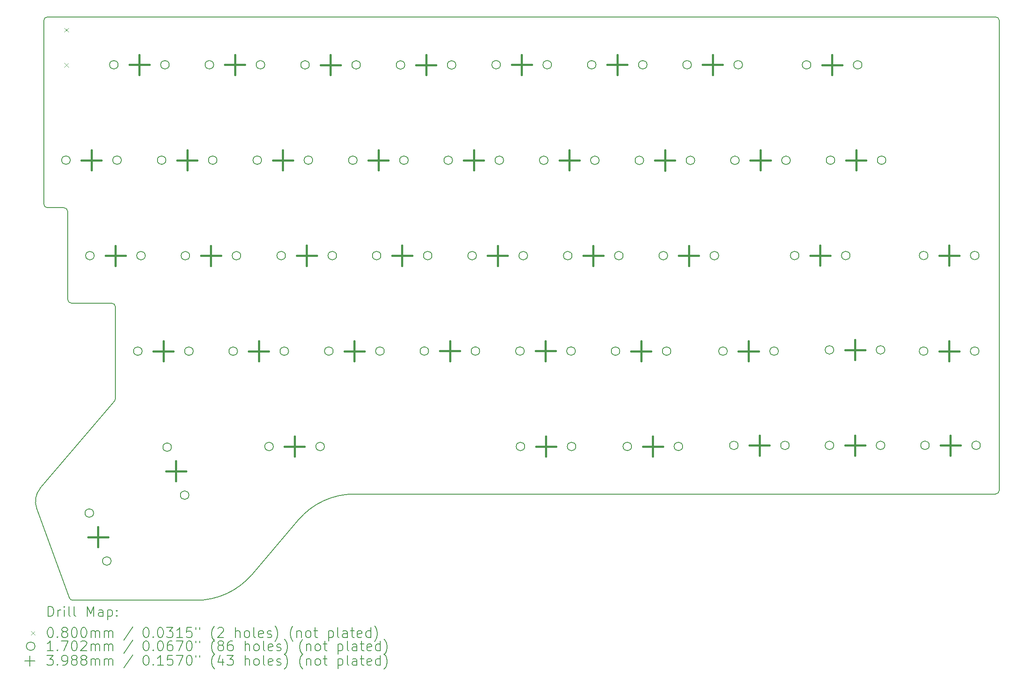
<source format=gbr>
%TF.GenerationSoftware,KiCad,Pcbnew,(6.0.10-0)*%
%TF.CreationDate,2022-12-25T19:17:20-08:00*%
%TF.ProjectId,right,72696768-742e-46b6-9963-61645f706362,rev?*%
%TF.SameCoordinates,Original*%
%TF.FileFunction,Drillmap*%
%TF.FilePolarity,Positive*%
%FSLAX45Y45*%
G04 Gerber Fmt 4.5, Leading zero omitted, Abs format (unit mm)*
G04 Created by KiCad (PCBNEW (6.0.10-0)) date 2022-12-25 19:17:20*
%MOMM*%
%LPD*%
G01*
G04 APERTURE LIST*
%ADD10C,0.200000*%
%ADD11C,0.080000*%
%ADD12C,0.170180*%
%ADD13C,0.398780*%
G04 APERTURE END LIST*
D10*
X21542000Y-2480000D02*
X2692000Y-2480000D01*
X2692000Y-2480000D02*
G75*
G03*
X2617000Y-2555000I0J-75000D01*
G01*
X21617000Y-2555000D02*
G75*
G03*
X21542000Y-2480000I-75000J0D01*
G01*
X5645100Y-14095410D02*
G75*
G03*
X6756688Y-13581268I0J1458710D01*
G01*
X2617000Y-6205000D02*
G75*
G03*
X2692000Y-6280000I75000J0D01*
G01*
X3092000Y-8105000D02*
X3092000Y-6355000D01*
X3967000Y-8180000D02*
X3167000Y-8180000D01*
X4042000Y-8255000D02*
G75*
G03*
X3967000Y-8180000I-75000J0D01*
G01*
X4024153Y-10128565D02*
G75*
G03*
X4042000Y-10080000I-57153J48565D01*
G01*
X4042000Y-10080000D02*
X4042000Y-8255000D01*
X2545698Y-11868476D02*
X4024153Y-10128565D01*
X3125123Y-14046051D02*
X2475291Y-12260646D01*
X3092000Y-8105000D02*
G75*
G03*
X3167000Y-8180000I75000J0D01*
G01*
X2545698Y-11868476D02*
G75*
G03*
X2475291Y-12260646I302002J-256624D01*
G01*
X3195600Y-14095400D02*
X5645100Y-14095400D01*
X3092000Y-6355000D02*
G75*
G03*
X3017000Y-6280000I-75000J0D01*
G01*
X21617000Y-2555000D02*
X21617000Y-11905000D01*
X3125123Y-14046051D02*
G75*
G03*
X3195600Y-14095400I70477J25652D01*
G01*
X2617000Y-2555000D02*
X2617000Y-6205000D01*
X21542000Y-11980000D02*
X8792000Y-11980000D01*
X6756688Y-13581268D02*
X7680411Y-12494134D01*
X21542000Y-11980000D02*
G75*
G03*
X21617000Y-11905000I0J75000D01*
G01*
X3017000Y-6280000D02*
X2692000Y-6280000D01*
X8792000Y-11979990D02*
G75*
G03*
X7680411Y-12494134I0J-1458710D01*
G01*
D11*
X3029000Y-2701000D02*
X3109000Y-2781000D01*
X3109000Y-2701000D02*
X3029000Y-2781000D01*
X3029000Y-3401000D02*
X3109000Y-3481000D01*
X3109000Y-3401000D02*
X3029000Y-3481000D01*
D12*
X3143090Y-5333000D02*
G75*
G03*
X3143090Y-5333000I-85090J0D01*
G01*
X3607344Y-12358636D02*
G75*
G03*
X3607344Y-12358636I-85090J0D01*
G01*
X3619090Y-7234000D02*
G75*
G03*
X3619090Y-7234000I-85090J0D01*
G01*
X3954836Y-13313364D02*
G75*
G03*
X3954836Y-13313364I-85090J0D01*
G01*
X4095090Y-3434000D02*
G75*
G03*
X4095090Y-3434000I-85090J0D01*
G01*
X4159090Y-5333000D02*
G75*
G03*
X4159090Y-5333000I-85090J0D01*
G01*
X4572090Y-9135000D02*
G75*
G03*
X4572090Y-9135000I-85090J0D01*
G01*
X4635090Y-7234000D02*
G75*
G03*
X4635090Y-7234000I-85090J0D01*
G01*
X5045090Y-5333000D02*
G75*
G03*
X5045090Y-5333000I-85090J0D01*
G01*
X5111090Y-3434000D02*
G75*
G03*
X5111090Y-3434000I-85090J0D01*
G01*
X5155344Y-11046636D02*
G75*
G03*
X5155344Y-11046636I-85090J0D01*
G01*
X5502836Y-12001364D02*
G75*
G03*
X5502836Y-12001364I-85090J0D01*
G01*
X5517090Y-7235000D02*
G75*
G03*
X5517090Y-7235000I-85090J0D01*
G01*
X5588090Y-9135000D02*
G75*
G03*
X5588090Y-9135000I-85090J0D01*
G01*
X5995090Y-3434000D02*
G75*
G03*
X5995090Y-3434000I-85090J0D01*
G01*
X6061090Y-5333000D02*
G75*
G03*
X6061090Y-5333000I-85090J0D01*
G01*
X6468090Y-9136000D02*
G75*
G03*
X6468090Y-9136000I-85090J0D01*
G01*
X6533090Y-7235000D02*
G75*
G03*
X6533090Y-7235000I-85090J0D01*
G01*
X6947090Y-5333000D02*
G75*
G03*
X6947090Y-5333000I-85090J0D01*
G01*
X7011090Y-3434000D02*
G75*
G03*
X7011090Y-3434000I-85090J0D01*
G01*
X7181090Y-11033000D02*
G75*
G03*
X7181090Y-11033000I-85090J0D01*
G01*
X7423090Y-7233000D02*
G75*
G03*
X7423090Y-7233000I-85090J0D01*
G01*
X7484090Y-9136000D02*
G75*
G03*
X7484090Y-9136000I-85090J0D01*
G01*
X7897090Y-3436000D02*
G75*
G03*
X7897090Y-3436000I-85090J0D01*
G01*
X7963090Y-5333000D02*
G75*
G03*
X7963090Y-5333000I-85090J0D01*
G01*
X8197090Y-11033000D02*
G75*
G03*
X8197090Y-11033000I-85090J0D01*
G01*
X8370090Y-9134000D02*
G75*
G03*
X8370090Y-9134000I-85090J0D01*
G01*
X8439090Y-7233000D02*
G75*
G03*
X8439090Y-7233000I-85090J0D01*
G01*
X8848090Y-5334000D02*
G75*
G03*
X8848090Y-5334000I-85090J0D01*
G01*
X8913090Y-3436000D02*
G75*
G03*
X8913090Y-3436000I-85090J0D01*
G01*
X9320090Y-7233000D02*
G75*
G03*
X9320090Y-7233000I-85090J0D01*
G01*
X9386090Y-9134000D02*
G75*
G03*
X9386090Y-9134000I-85090J0D01*
G01*
X9796090Y-3438000D02*
G75*
G03*
X9796090Y-3438000I-85090J0D01*
G01*
X9864090Y-5334000D02*
G75*
G03*
X9864090Y-5334000I-85090J0D01*
G01*
X10269090Y-9133000D02*
G75*
G03*
X10269090Y-9133000I-85090J0D01*
G01*
X10336090Y-7233000D02*
G75*
G03*
X10336090Y-7233000I-85090J0D01*
G01*
X10744090Y-5335000D02*
G75*
G03*
X10744090Y-5335000I-85090J0D01*
G01*
X10812090Y-3438000D02*
G75*
G03*
X10812090Y-3438000I-85090J0D01*
G01*
X11220090Y-7234000D02*
G75*
G03*
X11220090Y-7234000I-85090J0D01*
G01*
X11285090Y-9133000D02*
G75*
G03*
X11285090Y-9133000I-85090J0D01*
G01*
X11697090Y-3433000D02*
G75*
G03*
X11697090Y-3433000I-85090J0D01*
G01*
X11760090Y-5335000D02*
G75*
G03*
X11760090Y-5335000I-85090J0D01*
G01*
X12170090Y-9133000D02*
G75*
G03*
X12170090Y-9133000I-85090J0D01*
G01*
X12181090Y-11033000D02*
G75*
G03*
X12181090Y-11033000I-85090J0D01*
G01*
X12236090Y-7234000D02*
G75*
G03*
X12236090Y-7234000I-85090J0D01*
G01*
X12644090Y-5336000D02*
G75*
G03*
X12644090Y-5336000I-85090J0D01*
G01*
X12713090Y-3433000D02*
G75*
G03*
X12713090Y-3433000I-85090J0D01*
G01*
X13121090Y-7234000D02*
G75*
G03*
X13121090Y-7234000I-85090J0D01*
G01*
X13186090Y-9133000D02*
G75*
G03*
X13186090Y-9133000I-85090J0D01*
G01*
X13197090Y-11033000D02*
G75*
G03*
X13197090Y-11033000I-85090J0D01*
G01*
X13597090Y-3434000D02*
G75*
G03*
X13597090Y-3434000I-85090J0D01*
G01*
X13660090Y-5336000D02*
G75*
G03*
X13660090Y-5336000I-85090J0D01*
G01*
X14071090Y-9135000D02*
G75*
G03*
X14071090Y-9135000I-85090J0D01*
G01*
X14137090Y-7234000D02*
G75*
G03*
X14137090Y-7234000I-85090J0D01*
G01*
X14305090Y-11032000D02*
G75*
G03*
X14305090Y-11032000I-85090J0D01*
G01*
X14545090Y-5337000D02*
G75*
G03*
X14545090Y-5337000I-85090J0D01*
G01*
X14613090Y-3434000D02*
G75*
G03*
X14613090Y-3434000I-85090J0D01*
G01*
X15021090Y-7234000D02*
G75*
G03*
X15021090Y-7234000I-85090J0D01*
G01*
X15087090Y-9135000D02*
G75*
G03*
X15087090Y-9135000I-85090J0D01*
G01*
X15321090Y-11032000D02*
G75*
G03*
X15321090Y-11032000I-85090J0D01*
G01*
X15494590Y-3434000D02*
G75*
G03*
X15494590Y-3434000I-85090J0D01*
G01*
X15561090Y-5337000D02*
G75*
G03*
X15561090Y-5337000I-85090J0D01*
G01*
X16037090Y-7234000D02*
G75*
G03*
X16037090Y-7234000I-85090J0D01*
G01*
X16208090Y-9135000D02*
G75*
G03*
X16208090Y-9135000I-85090J0D01*
G01*
X16424090Y-11011000D02*
G75*
G03*
X16424090Y-11011000I-85090J0D01*
G01*
X16445090Y-5336000D02*
G75*
G03*
X16445090Y-5336000I-85090J0D01*
G01*
X16510590Y-3434000D02*
G75*
G03*
X16510590Y-3434000I-85090J0D01*
G01*
X17224090Y-9135000D02*
G75*
G03*
X17224090Y-9135000I-85090J0D01*
G01*
X17440090Y-11011000D02*
G75*
G03*
X17440090Y-11011000I-85090J0D01*
G01*
X17461090Y-5336000D02*
G75*
G03*
X17461090Y-5336000I-85090J0D01*
G01*
X17633090Y-7232000D02*
G75*
G03*
X17633090Y-7232000I-85090J0D01*
G01*
X17870090Y-3436000D02*
G75*
G03*
X17870090Y-3436000I-85090J0D01*
G01*
X18325090Y-9110000D02*
G75*
G03*
X18325090Y-9110000I-85090J0D01*
G01*
X18325090Y-11011000D02*
G75*
G03*
X18325090Y-11011000I-85090J0D01*
G01*
X18346090Y-5334000D02*
G75*
G03*
X18346090Y-5334000I-85090J0D01*
G01*
X18649090Y-7232000D02*
G75*
G03*
X18649090Y-7232000I-85090J0D01*
G01*
X18886090Y-3436000D02*
G75*
G03*
X18886090Y-3436000I-85090J0D01*
G01*
X19341090Y-9110000D02*
G75*
G03*
X19341090Y-9110000I-85090J0D01*
G01*
X19341090Y-11011000D02*
G75*
G03*
X19341090Y-11011000I-85090J0D01*
G01*
X19362090Y-5334000D02*
G75*
G03*
X19362090Y-5334000I-85090J0D01*
G01*
X20197090Y-9134000D02*
G75*
G03*
X20197090Y-9134000I-85090J0D01*
G01*
X20198090Y-7231000D02*
G75*
G03*
X20198090Y-7231000I-85090J0D01*
G01*
X20225090Y-11010000D02*
G75*
G03*
X20225090Y-11010000I-85090J0D01*
G01*
X21213090Y-9134000D02*
G75*
G03*
X21213090Y-9134000I-85090J0D01*
G01*
X21214090Y-7231000D02*
G75*
G03*
X21214090Y-7231000I-85090J0D01*
G01*
X21241090Y-11010000D02*
G75*
G03*
X21241090Y-11010000I-85090J0D01*
G01*
D13*
X3566000Y-5133610D02*
X3566000Y-5532390D01*
X3366610Y-5333000D02*
X3765390Y-5333000D01*
X3696000Y-12636610D02*
X3696000Y-13035390D01*
X3496610Y-12836000D02*
X3895390Y-12836000D01*
X4042000Y-7034610D02*
X4042000Y-7433390D01*
X3842610Y-7234000D02*
X4241390Y-7234000D01*
X4518000Y-3234610D02*
X4518000Y-3633390D01*
X4318610Y-3434000D02*
X4717390Y-3434000D01*
X4995000Y-8935610D02*
X4995000Y-9334390D01*
X4795610Y-9135000D02*
X5194390Y-9135000D01*
X5244000Y-11324610D02*
X5244000Y-11723390D01*
X5044610Y-11524000D02*
X5443390Y-11524000D01*
X5468000Y-5133610D02*
X5468000Y-5532390D01*
X5268610Y-5333000D02*
X5667390Y-5333000D01*
X5940000Y-7035610D02*
X5940000Y-7434390D01*
X5740610Y-7235000D02*
X6139390Y-7235000D01*
X6418000Y-3234610D02*
X6418000Y-3633390D01*
X6218610Y-3434000D02*
X6617390Y-3434000D01*
X6891000Y-8936610D02*
X6891000Y-9335390D01*
X6691610Y-9136000D02*
X7090390Y-9136000D01*
X7370000Y-5133610D02*
X7370000Y-5532390D01*
X7170610Y-5333000D02*
X7569390Y-5333000D01*
X7604000Y-10833610D02*
X7604000Y-11232390D01*
X7404610Y-11033000D02*
X7803390Y-11033000D01*
X7846000Y-7033610D02*
X7846000Y-7432390D01*
X7646610Y-7233000D02*
X8045390Y-7233000D01*
X8320000Y-3236610D02*
X8320000Y-3635390D01*
X8120610Y-3436000D02*
X8519390Y-3436000D01*
X8793000Y-8934610D02*
X8793000Y-9333390D01*
X8593610Y-9134000D02*
X8992390Y-9134000D01*
X9271000Y-5134610D02*
X9271000Y-5533390D01*
X9071610Y-5334000D02*
X9470390Y-5334000D01*
X9743000Y-7033610D02*
X9743000Y-7432390D01*
X9543610Y-7233000D02*
X9942390Y-7233000D01*
X10219000Y-3238610D02*
X10219000Y-3637390D01*
X10019610Y-3438000D02*
X10418390Y-3438000D01*
X10692000Y-8933610D02*
X10692000Y-9332390D01*
X10492610Y-9133000D02*
X10891390Y-9133000D01*
X11167000Y-5135610D02*
X11167000Y-5534390D01*
X10967610Y-5335000D02*
X11366390Y-5335000D01*
X11643000Y-7034610D02*
X11643000Y-7433390D01*
X11443610Y-7234000D02*
X11842390Y-7234000D01*
X12120000Y-3233610D02*
X12120000Y-3632390D01*
X11920610Y-3433000D02*
X12319390Y-3433000D01*
X12593000Y-8933610D02*
X12593000Y-9332390D01*
X12393610Y-9133000D02*
X12792390Y-9133000D01*
X12604000Y-10833610D02*
X12604000Y-11232390D01*
X12404610Y-11033000D02*
X12803390Y-11033000D01*
X13067000Y-5136610D02*
X13067000Y-5535390D01*
X12867610Y-5336000D02*
X13266390Y-5336000D01*
X13544000Y-7034610D02*
X13544000Y-7433390D01*
X13344610Y-7234000D02*
X13743390Y-7234000D01*
X14020000Y-3234610D02*
X14020000Y-3633390D01*
X13820610Y-3434000D02*
X14219390Y-3434000D01*
X14494000Y-8935610D02*
X14494000Y-9334390D01*
X14294610Y-9135000D02*
X14693390Y-9135000D01*
X14728000Y-10832610D02*
X14728000Y-11231390D01*
X14528610Y-11032000D02*
X14927390Y-11032000D01*
X14968000Y-5137610D02*
X14968000Y-5536390D01*
X14768610Y-5337000D02*
X15167390Y-5337000D01*
X15444000Y-7034610D02*
X15444000Y-7433390D01*
X15244610Y-7234000D02*
X15643390Y-7234000D01*
X15917500Y-3234610D02*
X15917500Y-3633390D01*
X15718110Y-3434000D02*
X16116890Y-3434000D01*
X16631000Y-8935610D02*
X16631000Y-9334390D01*
X16431610Y-9135000D02*
X16830390Y-9135000D01*
X16847000Y-10811610D02*
X16847000Y-11210390D01*
X16647610Y-11011000D02*
X17046390Y-11011000D01*
X16868000Y-5136610D02*
X16868000Y-5535390D01*
X16668610Y-5336000D02*
X17067390Y-5336000D01*
X18056000Y-7032610D02*
X18056000Y-7431390D01*
X17856610Y-7232000D02*
X18255390Y-7232000D01*
X18293000Y-3236610D02*
X18293000Y-3635390D01*
X18093610Y-3436000D02*
X18492390Y-3436000D01*
X18748000Y-8910610D02*
X18748000Y-9309390D01*
X18548610Y-9110000D02*
X18947390Y-9110000D01*
X18748000Y-10811610D02*
X18748000Y-11210390D01*
X18548610Y-11011000D02*
X18947390Y-11011000D01*
X18769000Y-5134610D02*
X18769000Y-5533390D01*
X18569610Y-5334000D02*
X18968390Y-5334000D01*
X20620000Y-8934610D02*
X20620000Y-9333390D01*
X20420610Y-9134000D02*
X20819390Y-9134000D01*
X20621000Y-7031610D02*
X20621000Y-7430390D01*
X20421610Y-7231000D02*
X20820390Y-7231000D01*
X20648000Y-10810610D02*
X20648000Y-11209390D01*
X20448610Y-11010000D02*
X20847390Y-11010000D01*
D10*
X2699010Y-14415886D02*
X2699010Y-14215886D01*
X2746629Y-14215886D01*
X2775201Y-14225410D01*
X2794248Y-14244458D01*
X2803772Y-14263505D01*
X2813296Y-14301600D01*
X2813296Y-14330172D01*
X2803772Y-14368267D01*
X2794248Y-14387315D01*
X2775201Y-14406362D01*
X2746629Y-14415886D01*
X2699010Y-14415886D01*
X2899010Y-14415886D02*
X2899010Y-14282553D01*
X2899010Y-14320648D02*
X2908534Y-14301600D01*
X2918058Y-14292077D01*
X2937105Y-14282553D01*
X2956153Y-14282553D01*
X3022819Y-14415886D02*
X3022819Y-14282553D01*
X3022819Y-14215886D02*
X3013296Y-14225410D01*
X3022819Y-14234934D01*
X3032343Y-14225410D01*
X3022819Y-14215886D01*
X3022819Y-14234934D01*
X3146629Y-14415886D02*
X3127581Y-14406362D01*
X3118058Y-14387315D01*
X3118058Y-14215886D01*
X3251391Y-14415886D02*
X3232343Y-14406362D01*
X3222819Y-14387315D01*
X3222819Y-14215886D01*
X3479962Y-14415886D02*
X3479962Y-14215886D01*
X3546629Y-14358743D01*
X3613296Y-14215886D01*
X3613296Y-14415886D01*
X3794248Y-14415886D02*
X3794248Y-14311124D01*
X3784724Y-14292077D01*
X3765677Y-14282553D01*
X3727581Y-14282553D01*
X3708534Y-14292077D01*
X3794248Y-14406362D02*
X3775200Y-14415886D01*
X3727581Y-14415886D01*
X3708534Y-14406362D01*
X3699010Y-14387315D01*
X3699010Y-14368267D01*
X3708534Y-14349219D01*
X3727581Y-14339696D01*
X3775200Y-14339696D01*
X3794248Y-14330172D01*
X3889486Y-14282553D02*
X3889486Y-14482553D01*
X3889486Y-14292077D02*
X3908534Y-14282553D01*
X3946629Y-14282553D01*
X3965677Y-14292077D01*
X3975200Y-14301600D01*
X3984724Y-14320648D01*
X3984724Y-14377791D01*
X3975200Y-14396838D01*
X3965677Y-14406362D01*
X3946629Y-14415886D01*
X3908534Y-14415886D01*
X3889486Y-14406362D01*
X4070439Y-14396838D02*
X4079962Y-14406362D01*
X4070439Y-14415886D01*
X4060915Y-14406362D01*
X4070439Y-14396838D01*
X4070439Y-14415886D01*
X4070439Y-14292077D02*
X4079962Y-14301600D01*
X4070439Y-14311124D01*
X4060915Y-14301600D01*
X4070439Y-14292077D01*
X4070439Y-14311124D01*
D11*
X2361391Y-14705410D02*
X2441391Y-14785410D01*
X2441391Y-14705410D02*
X2361391Y-14785410D01*
D10*
X2737105Y-14635886D02*
X2756153Y-14635886D01*
X2775201Y-14645410D01*
X2784724Y-14654934D01*
X2794248Y-14673981D01*
X2803772Y-14712077D01*
X2803772Y-14759696D01*
X2794248Y-14797791D01*
X2784724Y-14816838D01*
X2775201Y-14826362D01*
X2756153Y-14835886D01*
X2737105Y-14835886D01*
X2718058Y-14826362D01*
X2708534Y-14816838D01*
X2699010Y-14797791D01*
X2689486Y-14759696D01*
X2689486Y-14712077D01*
X2699010Y-14673981D01*
X2708534Y-14654934D01*
X2718058Y-14645410D01*
X2737105Y-14635886D01*
X2889486Y-14816838D02*
X2899010Y-14826362D01*
X2889486Y-14835886D01*
X2879962Y-14826362D01*
X2889486Y-14816838D01*
X2889486Y-14835886D01*
X3013296Y-14721600D02*
X2994248Y-14712077D01*
X2984724Y-14702553D01*
X2975200Y-14683505D01*
X2975200Y-14673981D01*
X2984724Y-14654934D01*
X2994248Y-14645410D01*
X3013296Y-14635886D01*
X3051391Y-14635886D01*
X3070439Y-14645410D01*
X3079962Y-14654934D01*
X3089486Y-14673981D01*
X3089486Y-14683505D01*
X3079962Y-14702553D01*
X3070439Y-14712077D01*
X3051391Y-14721600D01*
X3013296Y-14721600D01*
X2994248Y-14731124D01*
X2984724Y-14740648D01*
X2975200Y-14759696D01*
X2975200Y-14797791D01*
X2984724Y-14816838D01*
X2994248Y-14826362D01*
X3013296Y-14835886D01*
X3051391Y-14835886D01*
X3070439Y-14826362D01*
X3079962Y-14816838D01*
X3089486Y-14797791D01*
X3089486Y-14759696D01*
X3079962Y-14740648D01*
X3070439Y-14731124D01*
X3051391Y-14721600D01*
X3213296Y-14635886D02*
X3232343Y-14635886D01*
X3251391Y-14645410D01*
X3260915Y-14654934D01*
X3270439Y-14673981D01*
X3279962Y-14712077D01*
X3279962Y-14759696D01*
X3270439Y-14797791D01*
X3260915Y-14816838D01*
X3251391Y-14826362D01*
X3232343Y-14835886D01*
X3213296Y-14835886D01*
X3194248Y-14826362D01*
X3184724Y-14816838D01*
X3175200Y-14797791D01*
X3165677Y-14759696D01*
X3165677Y-14712077D01*
X3175200Y-14673981D01*
X3184724Y-14654934D01*
X3194248Y-14645410D01*
X3213296Y-14635886D01*
X3403772Y-14635886D02*
X3422819Y-14635886D01*
X3441867Y-14645410D01*
X3451391Y-14654934D01*
X3460915Y-14673981D01*
X3470439Y-14712077D01*
X3470439Y-14759696D01*
X3460915Y-14797791D01*
X3451391Y-14816838D01*
X3441867Y-14826362D01*
X3422819Y-14835886D01*
X3403772Y-14835886D01*
X3384724Y-14826362D01*
X3375200Y-14816838D01*
X3365677Y-14797791D01*
X3356153Y-14759696D01*
X3356153Y-14712077D01*
X3365677Y-14673981D01*
X3375200Y-14654934D01*
X3384724Y-14645410D01*
X3403772Y-14635886D01*
X3556153Y-14835886D02*
X3556153Y-14702553D01*
X3556153Y-14721600D02*
X3565677Y-14712077D01*
X3584724Y-14702553D01*
X3613296Y-14702553D01*
X3632343Y-14712077D01*
X3641867Y-14731124D01*
X3641867Y-14835886D01*
X3641867Y-14731124D02*
X3651391Y-14712077D01*
X3670439Y-14702553D01*
X3699010Y-14702553D01*
X3718058Y-14712077D01*
X3727581Y-14731124D01*
X3727581Y-14835886D01*
X3822819Y-14835886D02*
X3822819Y-14702553D01*
X3822819Y-14721600D02*
X3832343Y-14712077D01*
X3851391Y-14702553D01*
X3879962Y-14702553D01*
X3899010Y-14712077D01*
X3908534Y-14731124D01*
X3908534Y-14835886D01*
X3908534Y-14731124D02*
X3918058Y-14712077D01*
X3937105Y-14702553D01*
X3965677Y-14702553D01*
X3984724Y-14712077D01*
X3994248Y-14731124D01*
X3994248Y-14835886D01*
X4384724Y-14626362D02*
X4213296Y-14883505D01*
X4641867Y-14635886D02*
X4660915Y-14635886D01*
X4679962Y-14645410D01*
X4689486Y-14654934D01*
X4699010Y-14673981D01*
X4708534Y-14712077D01*
X4708534Y-14759696D01*
X4699010Y-14797791D01*
X4689486Y-14816838D01*
X4679962Y-14826362D01*
X4660915Y-14835886D01*
X4641867Y-14835886D01*
X4622820Y-14826362D01*
X4613296Y-14816838D01*
X4603772Y-14797791D01*
X4594248Y-14759696D01*
X4594248Y-14712077D01*
X4603772Y-14673981D01*
X4613296Y-14654934D01*
X4622820Y-14645410D01*
X4641867Y-14635886D01*
X4794248Y-14816838D02*
X4803772Y-14826362D01*
X4794248Y-14835886D01*
X4784724Y-14826362D01*
X4794248Y-14816838D01*
X4794248Y-14835886D01*
X4927581Y-14635886D02*
X4946629Y-14635886D01*
X4965677Y-14645410D01*
X4975201Y-14654934D01*
X4984724Y-14673981D01*
X4994248Y-14712077D01*
X4994248Y-14759696D01*
X4984724Y-14797791D01*
X4975201Y-14816838D01*
X4965677Y-14826362D01*
X4946629Y-14835886D01*
X4927581Y-14835886D01*
X4908534Y-14826362D01*
X4899010Y-14816838D01*
X4889486Y-14797791D01*
X4879962Y-14759696D01*
X4879962Y-14712077D01*
X4889486Y-14673981D01*
X4899010Y-14654934D01*
X4908534Y-14645410D01*
X4927581Y-14635886D01*
X5060915Y-14635886D02*
X5184724Y-14635886D01*
X5118058Y-14712077D01*
X5146629Y-14712077D01*
X5165677Y-14721600D01*
X5175201Y-14731124D01*
X5184724Y-14750172D01*
X5184724Y-14797791D01*
X5175201Y-14816838D01*
X5165677Y-14826362D01*
X5146629Y-14835886D01*
X5089486Y-14835886D01*
X5070439Y-14826362D01*
X5060915Y-14816838D01*
X5375201Y-14835886D02*
X5260915Y-14835886D01*
X5318058Y-14835886D02*
X5318058Y-14635886D01*
X5299010Y-14664458D01*
X5279962Y-14683505D01*
X5260915Y-14693029D01*
X5556153Y-14635886D02*
X5460915Y-14635886D01*
X5451391Y-14731124D01*
X5460915Y-14721600D01*
X5479962Y-14712077D01*
X5527581Y-14712077D01*
X5546629Y-14721600D01*
X5556153Y-14731124D01*
X5565677Y-14750172D01*
X5565677Y-14797791D01*
X5556153Y-14816838D01*
X5546629Y-14826362D01*
X5527581Y-14835886D01*
X5479962Y-14835886D01*
X5460915Y-14826362D01*
X5451391Y-14816838D01*
X5641867Y-14635886D02*
X5641867Y-14673981D01*
X5718058Y-14635886D02*
X5718058Y-14673981D01*
X6013296Y-14912077D02*
X6003772Y-14902553D01*
X5984724Y-14873981D01*
X5975200Y-14854934D01*
X5965677Y-14826362D01*
X5956153Y-14778743D01*
X5956153Y-14740648D01*
X5965677Y-14693029D01*
X5975200Y-14664458D01*
X5984724Y-14645410D01*
X6003772Y-14616838D01*
X6013296Y-14607315D01*
X6079962Y-14654934D02*
X6089486Y-14645410D01*
X6108534Y-14635886D01*
X6156153Y-14635886D01*
X6175200Y-14645410D01*
X6184724Y-14654934D01*
X6194248Y-14673981D01*
X6194248Y-14693029D01*
X6184724Y-14721600D01*
X6070439Y-14835886D01*
X6194248Y-14835886D01*
X6432343Y-14835886D02*
X6432343Y-14635886D01*
X6518058Y-14835886D02*
X6518058Y-14731124D01*
X6508534Y-14712077D01*
X6489486Y-14702553D01*
X6460915Y-14702553D01*
X6441867Y-14712077D01*
X6432343Y-14721600D01*
X6641867Y-14835886D02*
X6622819Y-14826362D01*
X6613296Y-14816838D01*
X6603772Y-14797791D01*
X6603772Y-14740648D01*
X6613296Y-14721600D01*
X6622819Y-14712077D01*
X6641867Y-14702553D01*
X6670439Y-14702553D01*
X6689486Y-14712077D01*
X6699010Y-14721600D01*
X6708534Y-14740648D01*
X6708534Y-14797791D01*
X6699010Y-14816838D01*
X6689486Y-14826362D01*
X6670439Y-14835886D01*
X6641867Y-14835886D01*
X6822819Y-14835886D02*
X6803772Y-14826362D01*
X6794248Y-14807315D01*
X6794248Y-14635886D01*
X6975200Y-14826362D02*
X6956153Y-14835886D01*
X6918058Y-14835886D01*
X6899010Y-14826362D01*
X6889486Y-14807315D01*
X6889486Y-14731124D01*
X6899010Y-14712077D01*
X6918058Y-14702553D01*
X6956153Y-14702553D01*
X6975200Y-14712077D01*
X6984724Y-14731124D01*
X6984724Y-14750172D01*
X6889486Y-14769219D01*
X7060915Y-14826362D02*
X7079962Y-14835886D01*
X7118058Y-14835886D01*
X7137105Y-14826362D01*
X7146629Y-14807315D01*
X7146629Y-14797791D01*
X7137105Y-14778743D01*
X7118058Y-14769219D01*
X7089486Y-14769219D01*
X7070439Y-14759696D01*
X7060915Y-14740648D01*
X7060915Y-14731124D01*
X7070439Y-14712077D01*
X7089486Y-14702553D01*
X7118058Y-14702553D01*
X7137105Y-14712077D01*
X7213296Y-14912077D02*
X7222819Y-14902553D01*
X7241867Y-14873981D01*
X7251391Y-14854934D01*
X7260915Y-14826362D01*
X7270439Y-14778743D01*
X7270439Y-14740648D01*
X7260915Y-14693029D01*
X7251391Y-14664458D01*
X7241867Y-14645410D01*
X7222819Y-14616838D01*
X7213296Y-14607315D01*
X7575200Y-14912077D02*
X7565677Y-14902553D01*
X7546629Y-14873981D01*
X7537105Y-14854934D01*
X7527581Y-14826362D01*
X7518058Y-14778743D01*
X7518058Y-14740648D01*
X7527581Y-14693029D01*
X7537105Y-14664458D01*
X7546629Y-14645410D01*
X7565677Y-14616838D01*
X7575200Y-14607315D01*
X7651391Y-14702553D02*
X7651391Y-14835886D01*
X7651391Y-14721600D02*
X7660915Y-14712077D01*
X7679962Y-14702553D01*
X7708534Y-14702553D01*
X7727581Y-14712077D01*
X7737105Y-14731124D01*
X7737105Y-14835886D01*
X7860915Y-14835886D02*
X7841867Y-14826362D01*
X7832343Y-14816838D01*
X7822819Y-14797791D01*
X7822819Y-14740648D01*
X7832343Y-14721600D01*
X7841867Y-14712077D01*
X7860915Y-14702553D01*
X7889486Y-14702553D01*
X7908534Y-14712077D01*
X7918058Y-14721600D01*
X7927581Y-14740648D01*
X7927581Y-14797791D01*
X7918058Y-14816838D01*
X7908534Y-14826362D01*
X7889486Y-14835886D01*
X7860915Y-14835886D01*
X7984724Y-14702553D02*
X8060915Y-14702553D01*
X8013296Y-14635886D02*
X8013296Y-14807315D01*
X8022819Y-14826362D01*
X8041867Y-14835886D01*
X8060915Y-14835886D01*
X8279962Y-14702553D02*
X8279962Y-14902553D01*
X8279962Y-14712077D02*
X8299010Y-14702553D01*
X8337105Y-14702553D01*
X8356153Y-14712077D01*
X8365677Y-14721600D01*
X8375200Y-14740648D01*
X8375200Y-14797791D01*
X8365677Y-14816838D01*
X8356153Y-14826362D01*
X8337105Y-14835886D01*
X8299010Y-14835886D01*
X8279962Y-14826362D01*
X8489486Y-14835886D02*
X8470439Y-14826362D01*
X8460915Y-14807315D01*
X8460915Y-14635886D01*
X8651391Y-14835886D02*
X8651391Y-14731124D01*
X8641867Y-14712077D01*
X8622820Y-14702553D01*
X8584724Y-14702553D01*
X8565677Y-14712077D01*
X8651391Y-14826362D02*
X8632343Y-14835886D01*
X8584724Y-14835886D01*
X8565677Y-14826362D01*
X8556153Y-14807315D01*
X8556153Y-14788267D01*
X8565677Y-14769219D01*
X8584724Y-14759696D01*
X8632343Y-14759696D01*
X8651391Y-14750172D01*
X8718058Y-14702553D02*
X8794248Y-14702553D01*
X8746629Y-14635886D02*
X8746629Y-14807315D01*
X8756153Y-14826362D01*
X8775201Y-14835886D01*
X8794248Y-14835886D01*
X8937105Y-14826362D02*
X8918058Y-14835886D01*
X8879962Y-14835886D01*
X8860915Y-14826362D01*
X8851391Y-14807315D01*
X8851391Y-14731124D01*
X8860915Y-14712077D01*
X8879962Y-14702553D01*
X8918058Y-14702553D01*
X8937105Y-14712077D01*
X8946629Y-14731124D01*
X8946629Y-14750172D01*
X8851391Y-14769219D01*
X9118058Y-14835886D02*
X9118058Y-14635886D01*
X9118058Y-14826362D02*
X9099010Y-14835886D01*
X9060915Y-14835886D01*
X9041867Y-14826362D01*
X9032343Y-14816838D01*
X9022820Y-14797791D01*
X9022820Y-14740648D01*
X9032343Y-14721600D01*
X9041867Y-14712077D01*
X9060915Y-14702553D01*
X9099010Y-14702553D01*
X9118058Y-14712077D01*
X9194248Y-14912077D02*
X9203772Y-14902553D01*
X9222820Y-14873981D01*
X9232343Y-14854934D01*
X9241867Y-14826362D01*
X9251391Y-14778743D01*
X9251391Y-14740648D01*
X9241867Y-14693029D01*
X9232343Y-14664458D01*
X9222820Y-14645410D01*
X9203772Y-14616838D01*
X9194248Y-14607315D01*
D12*
X2441391Y-15009410D02*
G75*
G03*
X2441391Y-15009410I-85090J0D01*
G01*
D10*
X2803772Y-15099886D02*
X2689486Y-15099886D01*
X2746629Y-15099886D02*
X2746629Y-14899886D01*
X2727581Y-14928458D01*
X2708534Y-14947505D01*
X2689486Y-14957029D01*
X2889486Y-15080838D02*
X2899010Y-15090362D01*
X2889486Y-15099886D01*
X2879962Y-15090362D01*
X2889486Y-15080838D01*
X2889486Y-15099886D01*
X2965677Y-14899886D02*
X3099010Y-14899886D01*
X3013296Y-15099886D01*
X3213296Y-14899886D02*
X3232343Y-14899886D01*
X3251391Y-14909410D01*
X3260915Y-14918934D01*
X3270439Y-14937981D01*
X3279962Y-14976077D01*
X3279962Y-15023696D01*
X3270439Y-15061791D01*
X3260915Y-15080838D01*
X3251391Y-15090362D01*
X3232343Y-15099886D01*
X3213296Y-15099886D01*
X3194248Y-15090362D01*
X3184724Y-15080838D01*
X3175200Y-15061791D01*
X3165677Y-15023696D01*
X3165677Y-14976077D01*
X3175200Y-14937981D01*
X3184724Y-14918934D01*
X3194248Y-14909410D01*
X3213296Y-14899886D01*
X3356153Y-14918934D02*
X3365677Y-14909410D01*
X3384724Y-14899886D01*
X3432343Y-14899886D01*
X3451391Y-14909410D01*
X3460915Y-14918934D01*
X3470439Y-14937981D01*
X3470439Y-14957029D01*
X3460915Y-14985600D01*
X3346629Y-15099886D01*
X3470439Y-15099886D01*
X3556153Y-15099886D02*
X3556153Y-14966553D01*
X3556153Y-14985600D02*
X3565677Y-14976077D01*
X3584724Y-14966553D01*
X3613296Y-14966553D01*
X3632343Y-14976077D01*
X3641867Y-14995124D01*
X3641867Y-15099886D01*
X3641867Y-14995124D02*
X3651391Y-14976077D01*
X3670439Y-14966553D01*
X3699010Y-14966553D01*
X3718058Y-14976077D01*
X3727581Y-14995124D01*
X3727581Y-15099886D01*
X3822819Y-15099886D02*
X3822819Y-14966553D01*
X3822819Y-14985600D02*
X3832343Y-14976077D01*
X3851391Y-14966553D01*
X3879962Y-14966553D01*
X3899010Y-14976077D01*
X3908534Y-14995124D01*
X3908534Y-15099886D01*
X3908534Y-14995124D02*
X3918058Y-14976077D01*
X3937105Y-14966553D01*
X3965677Y-14966553D01*
X3984724Y-14976077D01*
X3994248Y-14995124D01*
X3994248Y-15099886D01*
X4384724Y-14890362D02*
X4213296Y-15147505D01*
X4641867Y-14899886D02*
X4660915Y-14899886D01*
X4679962Y-14909410D01*
X4689486Y-14918934D01*
X4699010Y-14937981D01*
X4708534Y-14976077D01*
X4708534Y-15023696D01*
X4699010Y-15061791D01*
X4689486Y-15080838D01*
X4679962Y-15090362D01*
X4660915Y-15099886D01*
X4641867Y-15099886D01*
X4622820Y-15090362D01*
X4613296Y-15080838D01*
X4603772Y-15061791D01*
X4594248Y-15023696D01*
X4594248Y-14976077D01*
X4603772Y-14937981D01*
X4613296Y-14918934D01*
X4622820Y-14909410D01*
X4641867Y-14899886D01*
X4794248Y-15080838D02*
X4803772Y-15090362D01*
X4794248Y-15099886D01*
X4784724Y-15090362D01*
X4794248Y-15080838D01*
X4794248Y-15099886D01*
X4927581Y-14899886D02*
X4946629Y-14899886D01*
X4965677Y-14909410D01*
X4975201Y-14918934D01*
X4984724Y-14937981D01*
X4994248Y-14976077D01*
X4994248Y-15023696D01*
X4984724Y-15061791D01*
X4975201Y-15080838D01*
X4965677Y-15090362D01*
X4946629Y-15099886D01*
X4927581Y-15099886D01*
X4908534Y-15090362D01*
X4899010Y-15080838D01*
X4889486Y-15061791D01*
X4879962Y-15023696D01*
X4879962Y-14976077D01*
X4889486Y-14937981D01*
X4899010Y-14918934D01*
X4908534Y-14909410D01*
X4927581Y-14899886D01*
X5165677Y-14899886D02*
X5127581Y-14899886D01*
X5108534Y-14909410D01*
X5099010Y-14918934D01*
X5079962Y-14947505D01*
X5070439Y-14985600D01*
X5070439Y-15061791D01*
X5079962Y-15080838D01*
X5089486Y-15090362D01*
X5108534Y-15099886D01*
X5146629Y-15099886D01*
X5165677Y-15090362D01*
X5175201Y-15080838D01*
X5184724Y-15061791D01*
X5184724Y-15014172D01*
X5175201Y-14995124D01*
X5165677Y-14985600D01*
X5146629Y-14976077D01*
X5108534Y-14976077D01*
X5089486Y-14985600D01*
X5079962Y-14995124D01*
X5070439Y-15014172D01*
X5251391Y-14899886D02*
X5384724Y-14899886D01*
X5299010Y-15099886D01*
X5499010Y-14899886D02*
X5518058Y-14899886D01*
X5537105Y-14909410D01*
X5546629Y-14918934D01*
X5556153Y-14937981D01*
X5565677Y-14976077D01*
X5565677Y-15023696D01*
X5556153Y-15061791D01*
X5546629Y-15080838D01*
X5537105Y-15090362D01*
X5518058Y-15099886D01*
X5499010Y-15099886D01*
X5479962Y-15090362D01*
X5470439Y-15080838D01*
X5460915Y-15061791D01*
X5451391Y-15023696D01*
X5451391Y-14976077D01*
X5460915Y-14937981D01*
X5470439Y-14918934D01*
X5479962Y-14909410D01*
X5499010Y-14899886D01*
X5641867Y-14899886D02*
X5641867Y-14937981D01*
X5718058Y-14899886D02*
X5718058Y-14937981D01*
X6013296Y-15176077D02*
X6003772Y-15166553D01*
X5984724Y-15137981D01*
X5975200Y-15118934D01*
X5965677Y-15090362D01*
X5956153Y-15042743D01*
X5956153Y-15004648D01*
X5965677Y-14957029D01*
X5975200Y-14928458D01*
X5984724Y-14909410D01*
X6003772Y-14880838D01*
X6013296Y-14871315D01*
X6118058Y-14985600D02*
X6099010Y-14976077D01*
X6089486Y-14966553D01*
X6079962Y-14947505D01*
X6079962Y-14937981D01*
X6089486Y-14918934D01*
X6099010Y-14909410D01*
X6118058Y-14899886D01*
X6156153Y-14899886D01*
X6175200Y-14909410D01*
X6184724Y-14918934D01*
X6194248Y-14937981D01*
X6194248Y-14947505D01*
X6184724Y-14966553D01*
X6175200Y-14976077D01*
X6156153Y-14985600D01*
X6118058Y-14985600D01*
X6099010Y-14995124D01*
X6089486Y-15004648D01*
X6079962Y-15023696D01*
X6079962Y-15061791D01*
X6089486Y-15080838D01*
X6099010Y-15090362D01*
X6118058Y-15099886D01*
X6156153Y-15099886D01*
X6175200Y-15090362D01*
X6184724Y-15080838D01*
X6194248Y-15061791D01*
X6194248Y-15023696D01*
X6184724Y-15004648D01*
X6175200Y-14995124D01*
X6156153Y-14985600D01*
X6365677Y-14899886D02*
X6327581Y-14899886D01*
X6308534Y-14909410D01*
X6299010Y-14918934D01*
X6279962Y-14947505D01*
X6270439Y-14985600D01*
X6270439Y-15061791D01*
X6279962Y-15080838D01*
X6289486Y-15090362D01*
X6308534Y-15099886D01*
X6346629Y-15099886D01*
X6365677Y-15090362D01*
X6375200Y-15080838D01*
X6384724Y-15061791D01*
X6384724Y-15014172D01*
X6375200Y-14995124D01*
X6365677Y-14985600D01*
X6346629Y-14976077D01*
X6308534Y-14976077D01*
X6289486Y-14985600D01*
X6279962Y-14995124D01*
X6270439Y-15014172D01*
X6622819Y-15099886D02*
X6622819Y-14899886D01*
X6708534Y-15099886D02*
X6708534Y-14995124D01*
X6699010Y-14976077D01*
X6679962Y-14966553D01*
X6651391Y-14966553D01*
X6632343Y-14976077D01*
X6622819Y-14985600D01*
X6832343Y-15099886D02*
X6813296Y-15090362D01*
X6803772Y-15080838D01*
X6794248Y-15061791D01*
X6794248Y-15004648D01*
X6803772Y-14985600D01*
X6813296Y-14976077D01*
X6832343Y-14966553D01*
X6860915Y-14966553D01*
X6879962Y-14976077D01*
X6889486Y-14985600D01*
X6899010Y-15004648D01*
X6899010Y-15061791D01*
X6889486Y-15080838D01*
X6879962Y-15090362D01*
X6860915Y-15099886D01*
X6832343Y-15099886D01*
X7013296Y-15099886D02*
X6994248Y-15090362D01*
X6984724Y-15071315D01*
X6984724Y-14899886D01*
X7165677Y-15090362D02*
X7146629Y-15099886D01*
X7108534Y-15099886D01*
X7089486Y-15090362D01*
X7079962Y-15071315D01*
X7079962Y-14995124D01*
X7089486Y-14976077D01*
X7108534Y-14966553D01*
X7146629Y-14966553D01*
X7165677Y-14976077D01*
X7175200Y-14995124D01*
X7175200Y-15014172D01*
X7079962Y-15033219D01*
X7251391Y-15090362D02*
X7270439Y-15099886D01*
X7308534Y-15099886D01*
X7327581Y-15090362D01*
X7337105Y-15071315D01*
X7337105Y-15061791D01*
X7327581Y-15042743D01*
X7308534Y-15033219D01*
X7279962Y-15033219D01*
X7260915Y-15023696D01*
X7251391Y-15004648D01*
X7251391Y-14995124D01*
X7260915Y-14976077D01*
X7279962Y-14966553D01*
X7308534Y-14966553D01*
X7327581Y-14976077D01*
X7403772Y-15176077D02*
X7413296Y-15166553D01*
X7432343Y-15137981D01*
X7441867Y-15118934D01*
X7451391Y-15090362D01*
X7460915Y-15042743D01*
X7460915Y-15004648D01*
X7451391Y-14957029D01*
X7441867Y-14928458D01*
X7432343Y-14909410D01*
X7413296Y-14880838D01*
X7403772Y-14871315D01*
X7765677Y-15176077D02*
X7756153Y-15166553D01*
X7737105Y-15137981D01*
X7727581Y-15118934D01*
X7718058Y-15090362D01*
X7708534Y-15042743D01*
X7708534Y-15004648D01*
X7718058Y-14957029D01*
X7727581Y-14928458D01*
X7737105Y-14909410D01*
X7756153Y-14880838D01*
X7765677Y-14871315D01*
X7841867Y-14966553D02*
X7841867Y-15099886D01*
X7841867Y-14985600D02*
X7851391Y-14976077D01*
X7870439Y-14966553D01*
X7899010Y-14966553D01*
X7918058Y-14976077D01*
X7927581Y-14995124D01*
X7927581Y-15099886D01*
X8051391Y-15099886D02*
X8032343Y-15090362D01*
X8022819Y-15080838D01*
X8013296Y-15061791D01*
X8013296Y-15004648D01*
X8022819Y-14985600D01*
X8032343Y-14976077D01*
X8051391Y-14966553D01*
X8079962Y-14966553D01*
X8099010Y-14976077D01*
X8108534Y-14985600D01*
X8118058Y-15004648D01*
X8118058Y-15061791D01*
X8108534Y-15080838D01*
X8099010Y-15090362D01*
X8079962Y-15099886D01*
X8051391Y-15099886D01*
X8175200Y-14966553D02*
X8251391Y-14966553D01*
X8203772Y-14899886D02*
X8203772Y-15071315D01*
X8213296Y-15090362D01*
X8232343Y-15099886D01*
X8251391Y-15099886D01*
X8470439Y-14966553D02*
X8470439Y-15166553D01*
X8470439Y-14976077D02*
X8489486Y-14966553D01*
X8527581Y-14966553D01*
X8546629Y-14976077D01*
X8556153Y-14985600D01*
X8565677Y-15004648D01*
X8565677Y-15061791D01*
X8556153Y-15080838D01*
X8546629Y-15090362D01*
X8527581Y-15099886D01*
X8489486Y-15099886D01*
X8470439Y-15090362D01*
X8679962Y-15099886D02*
X8660915Y-15090362D01*
X8651391Y-15071315D01*
X8651391Y-14899886D01*
X8841867Y-15099886D02*
X8841867Y-14995124D01*
X8832343Y-14976077D01*
X8813296Y-14966553D01*
X8775201Y-14966553D01*
X8756153Y-14976077D01*
X8841867Y-15090362D02*
X8822820Y-15099886D01*
X8775201Y-15099886D01*
X8756153Y-15090362D01*
X8746629Y-15071315D01*
X8746629Y-15052267D01*
X8756153Y-15033219D01*
X8775201Y-15023696D01*
X8822820Y-15023696D01*
X8841867Y-15014172D01*
X8908534Y-14966553D02*
X8984724Y-14966553D01*
X8937105Y-14899886D02*
X8937105Y-15071315D01*
X8946629Y-15090362D01*
X8965677Y-15099886D01*
X8984724Y-15099886D01*
X9127581Y-15090362D02*
X9108534Y-15099886D01*
X9070439Y-15099886D01*
X9051391Y-15090362D01*
X9041867Y-15071315D01*
X9041867Y-14995124D01*
X9051391Y-14976077D01*
X9070439Y-14966553D01*
X9108534Y-14966553D01*
X9127581Y-14976077D01*
X9137105Y-14995124D01*
X9137105Y-15014172D01*
X9041867Y-15033219D01*
X9308534Y-15099886D02*
X9308534Y-14899886D01*
X9308534Y-15090362D02*
X9289486Y-15099886D01*
X9251391Y-15099886D01*
X9232343Y-15090362D01*
X9222820Y-15080838D01*
X9213296Y-15061791D01*
X9213296Y-15004648D01*
X9222820Y-14985600D01*
X9232343Y-14976077D01*
X9251391Y-14966553D01*
X9289486Y-14966553D01*
X9308534Y-14976077D01*
X9384724Y-15176077D02*
X9394248Y-15166553D01*
X9413296Y-15137981D01*
X9422820Y-15118934D01*
X9432343Y-15090362D01*
X9441867Y-15042743D01*
X9441867Y-15004648D01*
X9432343Y-14957029D01*
X9422820Y-14928458D01*
X9413296Y-14909410D01*
X9394248Y-14880838D01*
X9384724Y-14871315D01*
X2341391Y-15199590D02*
X2341391Y-15399590D01*
X2241391Y-15299590D02*
X2441391Y-15299590D01*
X2679962Y-15190066D02*
X2803772Y-15190066D01*
X2737105Y-15266257D01*
X2765677Y-15266257D01*
X2784724Y-15275780D01*
X2794248Y-15285304D01*
X2803772Y-15304352D01*
X2803772Y-15351971D01*
X2794248Y-15371018D01*
X2784724Y-15380542D01*
X2765677Y-15390066D01*
X2708534Y-15390066D01*
X2689486Y-15380542D01*
X2679962Y-15371018D01*
X2889486Y-15371018D02*
X2899010Y-15380542D01*
X2889486Y-15390066D01*
X2879962Y-15380542D01*
X2889486Y-15371018D01*
X2889486Y-15390066D01*
X2994248Y-15390066D02*
X3032343Y-15390066D01*
X3051391Y-15380542D01*
X3060915Y-15371018D01*
X3079962Y-15342447D01*
X3089486Y-15304352D01*
X3089486Y-15228161D01*
X3079962Y-15209114D01*
X3070439Y-15199590D01*
X3051391Y-15190066D01*
X3013296Y-15190066D01*
X2994248Y-15199590D01*
X2984724Y-15209114D01*
X2975200Y-15228161D01*
X2975200Y-15275780D01*
X2984724Y-15294828D01*
X2994248Y-15304352D01*
X3013296Y-15313876D01*
X3051391Y-15313876D01*
X3070439Y-15304352D01*
X3079962Y-15294828D01*
X3089486Y-15275780D01*
X3203772Y-15275780D02*
X3184724Y-15266257D01*
X3175200Y-15256733D01*
X3165677Y-15237685D01*
X3165677Y-15228161D01*
X3175200Y-15209114D01*
X3184724Y-15199590D01*
X3203772Y-15190066D01*
X3241867Y-15190066D01*
X3260915Y-15199590D01*
X3270439Y-15209114D01*
X3279962Y-15228161D01*
X3279962Y-15237685D01*
X3270439Y-15256733D01*
X3260915Y-15266257D01*
X3241867Y-15275780D01*
X3203772Y-15275780D01*
X3184724Y-15285304D01*
X3175200Y-15294828D01*
X3165677Y-15313876D01*
X3165677Y-15351971D01*
X3175200Y-15371018D01*
X3184724Y-15380542D01*
X3203772Y-15390066D01*
X3241867Y-15390066D01*
X3260915Y-15380542D01*
X3270439Y-15371018D01*
X3279962Y-15351971D01*
X3279962Y-15313876D01*
X3270439Y-15294828D01*
X3260915Y-15285304D01*
X3241867Y-15275780D01*
X3394248Y-15275780D02*
X3375200Y-15266257D01*
X3365677Y-15256733D01*
X3356153Y-15237685D01*
X3356153Y-15228161D01*
X3365677Y-15209114D01*
X3375200Y-15199590D01*
X3394248Y-15190066D01*
X3432343Y-15190066D01*
X3451391Y-15199590D01*
X3460915Y-15209114D01*
X3470439Y-15228161D01*
X3470439Y-15237685D01*
X3460915Y-15256733D01*
X3451391Y-15266257D01*
X3432343Y-15275780D01*
X3394248Y-15275780D01*
X3375200Y-15285304D01*
X3365677Y-15294828D01*
X3356153Y-15313876D01*
X3356153Y-15351971D01*
X3365677Y-15371018D01*
X3375200Y-15380542D01*
X3394248Y-15390066D01*
X3432343Y-15390066D01*
X3451391Y-15380542D01*
X3460915Y-15371018D01*
X3470439Y-15351971D01*
X3470439Y-15313876D01*
X3460915Y-15294828D01*
X3451391Y-15285304D01*
X3432343Y-15275780D01*
X3556153Y-15390066D02*
X3556153Y-15256733D01*
X3556153Y-15275780D02*
X3565677Y-15266257D01*
X3584724Y-15256733D01*
X3613296Y-15256733D01*
X3632343Y-15266257D01*
X3641867Y-15285304D01*
X3641867Y-15390066D01*
X3641867Y-15285304D02*
X3651391Y-15266257D01*
X3670439Y-15256733D01*
X3699010Y-15256733D01*
X3718058Y-15266257D01*
X3727581Y-15285304D01*
X3727581Y-15390066D01*
X3822819Y-15390066D02*
X3822819Y-15256733D01*
X3822819Y-15275780D02*
X3832343Y-15266257D01*
X3851391Y-15256733D01*
X3879962Y-15256733D01*
X3899010Y-15266257D01*
X3908534Y-15285304D01*
X3908534Y-15390066D01*
X3908534Y-15285304D02*
X3918058Y-15266257D01*
X3937105Y-15256733D01*
X3965677Y-15256733D01*
X3984724Y-15266257D01*
X3994248Y-15285304D01*
X3994248Y-15390066D01*
X4384724Y-15180542D02*
X4213296Y-15437685D01*
X4641867Y-15190066D02*
X4660915Y-15190066D01*
X4679962Y-15199590D01*
X4689486Y-15209114D01*
X4699010Y-15228161D01*
X4708534Y-15266257D01*
X4708534Y-15313876D01*
X4699010Y-15351971D01*
X4689486Y-15371018D01*
X4679962Y-15380542D01*
X4660915Y-15390066D01*
X4641867Y-15390066D01*
X4622820Y-15380542D01*
X4613296Y-15371018D01*
X4603772Y-15351971D01*
X4594248Y-15313876D01*
X4594248Y-15266257D01*
X4603772Y-15228161D01*
X4613296Y-15209114D01*
X4622820Y-15199590D01*
X4641867Y-15190066D01*
X4794248Y-15371018D02*
X4803772Y-15380542D01*
X4794248Y-15390066D01*
X4784724Y-15380542D01*
X4794248Y-15371018D01*
X4794248Y-15390066D01*
X4994248Y-15390066D02*
X4879962Y-15390066D01*
X4937105Y-15390066D02*
X4937105Y-15190066D01*
X4918058Y-15218638D01*
X4899010Y-15237685D01*
X4879962Y-15247209D01*
X5175201Y-15190066D02*
X5079962Y-15190066D01*
X5070439Y-15285304D01*
X5079962Y-15275780D01*
X5099010Y-15266257D01*
X5146629Y-15266257D01*
X5165677Y-15275780D01*
X5175201Y-15285304D01*
X5184724Y-15304352D01*
X5184724Y-15351971D01*
X5175201Y-15371018D01*
X5165677Y-15380542D01*
X5146629Y-15390066D01*
X5099010Y-15390066D01*
X5079962Y-15380542D01*
X5070439Y-15371018D01*
X5251391Y-15190066D02*
X5384724Y-15190066D01*
X5299010Y-15390066D01*
X5499010Y-15190066D02*
X5518058Y-15190066D01*
X5537105Y-15199590D01*
X5546629Y-15209114D01*
X5556153Y-15228161D01*
X5565677Y-15266257D01*
X5565677Y-15313876D01*
X5556153Y-15351971D01*
X5546629Y-15371018D01*
X5537105Y-15380542D01*
X5518058Y-15390066D01*
X5499010Y-15390066D01*
X5479962Y-15380542D01*
X5470439Y-15371018D01*
X5460915Y-15351971D01*
X5451391Y-15313876D01*
X5451391Y-15266257D01*
X5460915Y-15228161D01*
X5470439Y-15209114D01*
X5479962Y-15199590D01*
X5499010Y-15190066D01*
X5641867Y-15190066D02*
X5641867Y-15228161D01*
X5718058Y-15190066D02*
X5718058Y-15228161D01*
X6013296Y-15466257D02*
X6003772Y-15456733D01*
X5984724Y-15428161D01*
X5975200Y-15409114D01*
X5965677Y-15380542D01*
X5956153Y-15332923D01*
X5956153Y-15294828D01*
X5965677Y-15247209D01*
X5975200Y-15218638D01*
X5984724Y-15199590D01*
X6003772Y-15171018D01*
X6013296Y-15161495D01*
X6175200Y-15256733D02*
X6175200Y-15390066D01*
X6127581Y-15180542D02*
X6079962Y-15323399D01*
X6203772Y-15323399D01*
X6260915Y-15190066D02*
X6384724Y-15190066D01*
X6318058Y-15266257D01*
X6346629Y-15266257D01*
X6365677Y-15275780D01*
X6375200Y-15285304D01*
X6384724Y-15304352D01*
X6384724Y-15351971D01*
X6375200Y-15371018D01*
X6365677Y-15380542D01*
X6346629Y-15390066D01*
X6289486Y-15390066D01*
X6270439Y-15380542D01*
X6260915Y-15371018D01*
X6622819Y-15390066D02*
X6622819Y-15190066D01*
X6708534Y-15390066D02*
X6708534Y-15285304D01*
X6699010Y-15266257D01*
X6679962Y-15256733D01*
X6651391Y-15256733D01*
X6632343Y-15266257D01*
X6622819Y-15275780D01*
X6832343Y-15390066D02*
X6813296Y-15380542D01*
X6803772Y-15371018D01*
X6794248Y-15351971D01*
X6794248Y-15294828D01*
X6803772Y-15275780D01*
X6813296Y-15266257D01*
X6832343Y-15256733D01*
X6860915Y-15256733D01*
X6879962Y-15266257D01*
X6889486Y-15275780D01*
X6899010Y-15294828D01*
X6899010Y-15351971D01*
X6889486Y-15371018D01*
X6879962Y-15380542D01*
X6860915Y-15390066D01*
X6832343Y-15390066D01*
X7013296Y-15390066D02*
X6994248Y-15380542D01*
X6984724Y-15361495D01*
X6984724Y-15190066D01*
X7165677Y-15380542D02*
X7146629Y-15390066D01*
X7108534Y-15390066D01*
X7089486Y-15380542D01*
X7079962Y-15361495D01*
X7079962Y-15285304D01*
X7089486Y-15266257D01*
X7108534Y-15256733D01*
X7146629Y-15256733D01*
X7165677Y-15266257D01*
X7175200Y-15285304D01*
X7175200Y-15304352D01*
X7079962Y-15323399D01*
X7251391Y-15380542D02*
X7270439Y-15390066D01*
X7308534Y-15390066D01*
X7327581Y-15380542D01*
X7337105Y-15361495D01*
X7337105Y-15351971D01*
X7327581Y-15332923D01*
X7308534Y-15323399D01*
X7279962Y-15323399D01*
X7260915Y-15313876D01*
X7251391Y-15294828D01*
X7251391Y-15285304D01*
X7260915Y-15266257D01*
X7279962Y-15256733D01*
X7308534Y-15256733D01*
X7327581Y-15266257D01*
X7403772Y-15466257D02*
X7413296Y-15456733D01*
X7432343Y-15428161D01*
X7441867Y-15409114D01*
X7451391Y-15380542D01*
X7460915Y-15332923D01*
X7460915Y-15294828D01*
X7451391Y-15247209D01*
X7441867Y-15218638D01*
X7432343Y-15199590D01*
X7413296Y-15171018D01*
X7403772Y-15161495D01*
X7765677Y-15466257D02*
X7756153Y-15456733D01*
X7737105Y-15428161D01*
X7727581Y-15409114D01*
X7718058Y-15380542D01*
X7708534Y-15332923D01*
X7708534Y-15294828D01*
X7718058Y-15247209D01*
X7727581Y-15218638D01*
X7737105Y-15199590D01*
X7756153Y-15171018D01*
X7765677Y-15161495D01*
X7841867Y-15256733D02*
X7841867Y-15390066D01*
X7841867Y-15275780D02*
X7851391Y-15266257D01*
X7870439Y-15256733D01*
X7899010Y-15256733D01*
X7918058Y-15266257D01*
X7927581Y-15285304D01*
X7927581Y-15390066D01*
X8051391Y-15390066D02*
X8032343Y-15380542D01*
X8022819Y-15371018D01*
X8013296Y-15351971D01*
X8013296Y-15294828D01*
X8022819Y-15275780D01*
X8032343Y-15266257D01*
X8051391Y-15256733D01*
X8079962Y-15256733D01*
X8099010Y-15266257D01*
X8108534Y-15275780D01*
X8118058Y-15294828D01*
X8118058Y-15351971D01*
X8108534Y-15371018D01*
X8099010Y-15380542D01*
X8079962Y-15390066D01*
X8051391Y-15390066D01*
X8175200Y-15256733D02*
X8251391Y-15256733D01*
X8203772Y-15190066D02*
X8203772Y-15361495D01*
X8213296Y-15380542D01*
X8232343Y-15390066D01*
X8251391Y-15390066D01*
X8470439Y-15256733D02*
X8470439Y-15456733D01*
X8470439Y-15266257D02*
X8489486Y-15256733D01*
X8527581Y-15256733D01*
X8546629Y-15266257D01*
X8556153Y-15275780D01*
X8565677Y-15294828D01*
X8565677Y-15351971D01*
X8556153Y-15371018D01*
X8546629Y-15380542D01*
X8527581Y-15390066D01*
X8489486Y-15390066D01*
X8470439Y-15380542D01*
X8679962Y-15390066D02*
X8660915Y-15380542D01*
X8651391Y-15361495D01*
X8651391Y-15190066D01*
X8841867Y-15390066D02*
X8841867Y-15285304D01*
X8832343Y-15266257D01*
X8813296Y-15256733D01*
X8775201Y-15256733D01*
X8756153Y-15266257D01*
X8841867Y-15380542D02*
X8822820Y-15390066D01*
X8775201Y-15390066D01*
X8756153Y-15380542D01*
X8746629Y-15361495D01*
X8746629Y-15342447D01*
X8756153Y-15323399D01*
X8775201Y-15313876D01*
X8822820Y-15313876D01*
X8841867Y-15304352D01*
X8908534Y-15256733D02*
X8984724Y-15256733D01*
X8937105Y-15190066D02*
X8937105Y-15361495D01*
X8946629Y-15380542D01*
X8965677Y-15390066D01*
X8984724Y-15390066D01*
X9127581Y-15380542D02*
X9108534Y-15390066D01*
X9070439Y-15390066D01*
X9051391Y-15380542D01*
X9041867Y-15361495D01*
X9041867Y-15285304D01*
X9051391Y-15266257D01*
X9070439Y-15256733D01*
X9108534Y-15256733D01*
X9127581Y-15266257D01*
X9137105Y-15285304D01*
X9137105Y-15304352D01*
X9041867Y-15323399D01*
X9308534Y-15390066D02*
X9308534Y-15190066D01*
X9308534Y-15380542D02*
X9289486Y-15390066D01*
X9251391Y-15390066D01*
X9232343Y-15380542D01*
X9222820Y-15371018D01*
X9213296Y-15351971D01*
X9213296Y-15294828D01*
X9222820Y-15275780D01*
X9232343Y-15266257D01*
X9251391Y-15256733D01*
X9289486Y-15256733D01*
X9308534Y-15266257D01*
X9384724Y-15466257D02*
X9394248Y-15456733D01*
X9413296Y-15428161D01*
X9422820Y-15409114D01*
X9432343Y-15380542D01*
X9441867Y-15332923D01*
X9441867Y-15294828D01*
X9432343Y-15247209D01*
X9422820Y-15218638D01*
X9413296Y-15199590D01*
X9394248Y-15171018D01*
X9384724Y-15161495D01*
M02*

</source>
